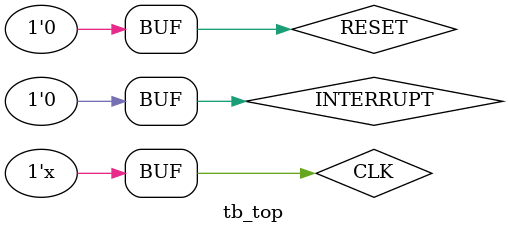
<source format=v>
module tb_top();
reg CLK, RESET, INTERRUPT;

top top_level (
    .CLK(CLK),
    .RESET(RESET),
    .INTERRUPT(INTERRUPT)
);

initial begin
    RESET <= 1'b1;
    CLK <= 1'b1;
    INTERRUPT <= 1'b0;

    #10

    RESET <= 1'b0;
end

always begin
    #5 CLK <= !CLK;
end
endmodule
</source>
